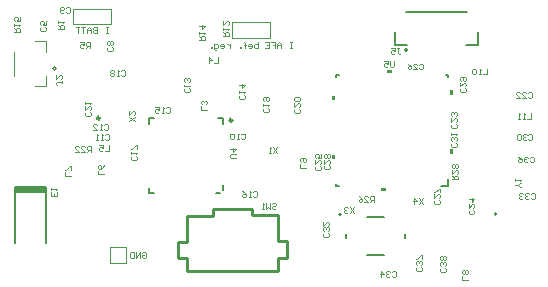
<source format=gbo>
G04*
G04 #@! TF.GenerationSoftware,Altium Limited,Altium Designer,23.3.1 (30)*
G04*
G04 Layer_Color=32896*
%FSLAX44Y44*%
%MOMM*%
G71*
G04*
G04 #@! TF.SameCoordinates,8F1DA39F-2FAA-4165-9F78-BB40F0B0C460*
G04*
G04*
G04 #@! TF.FilePolarity,Positive*
G04*
G01*
G75*
%ADD10C,0.1000*%
%ADD12C,0.2000*%
%ADD13C,0.2500*%
%ADD14C,0.1270*%
%ADD16C,0.1524*%
%ADD169C,0.1500*%
%ADD170C,0.1778*%
%ADD171C,0.2540*%
%ADD172R,2.6000X0.5500*%
G36*
X316995Y81907D02*
X320805D01*
Y79367D01*
X316995D01*
Y81907D01*
D02*
G37*
G36*
X275367Y109799D02*
X277907D01*
Y105989D01*
X275367D01*
Y109799D01*
D02*
G37*
G36*
Y159812D02*
X277907D01*
Y156002D01*
X275367D01*
Y159812D01*
D02*
G37*
G36*
X377433Y114801D02*
X374893D01*
Y110991D01*
X377433D01*
Y114801D01*
D02*
G37*
G36*
Y164813D02*
X374893D01*
Y161003D01*
X377433D01*
Y164813D01*
D02*
G37*
G36*
X321995Y178893D02*
X325805D01*
Y181433D01*
X321995D01*
Y178893D01*
D02*
G37*
D10*
X23550Y206000D02*
X33550D01*
Y197000D02*
Y206000D01*
Y168000D02*
Y177000D01*
X23550Y168000D02*
X33550D01*
X5850Y177000D02*
Y197000D01*
X87500Y18000D02*
Y31500D01*
X101000D01*
X87500Y18000D02*
X101000D01*
Y31500D01*
X222750Y208500D02*
Y222500D01*
X190500Y208500D02*
X222750D01*
X190500Y222500D02*
X222750D01*
X190500Y208500D02*
Y222500D01*
X56000Y220500D02*
Y233750D01*
X88000D01*
X56000Y220500D02*
X88000D01*
Y233750D01*
X114168Y26915D02*
X115001Y27748D01*
X116667D01*
X117500Y26915D01*
Y23583D01*
X116667Y22750D01*
X115001D01*
X114168Y23583D01*
Y25249D01*
X115834D01*
X112502Y22750D02*
Y27748D01*
X109169Y22750D01*
Y27748D01*
X107503D02*
Y22750D01*
X105004D01*
X104171Y23583D01*
Y26915D01*
X105004Y27748D01*
X107503D01*
X241500Y205665D02*
X239834D01*
X240667D01*
Y200666D01*
X241500D01*
X239834D01*
X232336D02*
Y203998D01*
X230670Y205665D01*
X229004Y203998D01*
Y200666D01*
Y203165D01*
X232336D01*
X224006Y205665D02*
X227338D01*
Y203165D01*
X225672D01*
X227338D01*
Y200666D01*
X219007Y205665D02*
X222340D01*
Y200666D01*
X219007D01*
X222340Y203165D02*
X220674D01*
X212343Y205665D02*
Y200666D01*
X209844D01*
X209011Y201499D01*
Y202332D01*
Y203165D01*
X209844Y203998D01*
X212343D01*
X204845Y200666D02*
X206511D01*
X207344Y201499D01*
Y203165D01*
X206511Y203998D01*
X204845D01*
X204012Y203165D01*
Y202332D01*
X207344D01*
X201513Y200666D02*
Y204831D01*
Y203165D01*
X202346D01*
X200680D01*
X201513D01*
Y204831D01*
X200680Y205665D01*
X198181Y200666D02*
Y201499D01*
X197348D01*
Y200666D01*
X198181D01*
X189017Y203998D02*
Y200666D01*
Y202332D01*
X188184Y203165D01*
X187351Y203998D01*
X186518D01*
X181520Y200666D02*
X183186D01*
X184019Y201499D01*
Y203165D01*
X183186Y203998D01*
X181520D01*
X180686Y203165D01*
Y202332D01*
X184019D01*
X177354Y199000D02*
X176521D01*
X175688Y199833D01*
Y203998D01*
X178187D01*
X179020Y203165D01*
Y201499D01*
X178187Y200666D01*
X175688D01*
X174022D02*
Y201499D01*
X173189D01*
Y200666D01*
X174022D01*
X85750Y218248D02*
X84084D01*
X84917D01*
Y213250D01*
X85750D01*
X84084D01*
X76586Y218248D02*
Y213250D01*
X74087D01*
X73254Y214083D01*
Y214916D01*
X74087Y215749D01*
X76586D01*
X74087D01*
X73254Y216582D01*
Y217415D01*
X74087Y218248D01*
X76586D01*
X71588Y213250D02*
Y216582D01*
X69922Y218248D01*
X68256Y216582D01*
Y213250D01*
Y215749D01*
X71588D01*
X66590Y218248D02*
X63257D01*
X64924D01*
Y213250D01*
X61591Y218248D02*
X58259D01*
X59925D01*
Y213250D01*
X330333Y200249D02*
X331999D01*
X331166D01*
Y196084D01*
X331999Y195251D01*
X332832D01*
X333665Y196084D01*
X325335Y200249D02*
X328667D01*
Y197750D01*
X327001Y198583D01*
X326168D01*
X325335Y197750D01*
Y196084D01*
X326168Y195251D01*
X327834D01*
X328667Y196084D01*
X327665Y189499D02*
Y185334D01*
X326832Y184501D01*
X325166D01*
X324333Y185334D01*
Y189499D01*
X319335D02*
X322667D01*
Y187000D01*
X321001Y187833D01*
X320168D01*
X319335Y187000D01*
Y185334D01*
X320168Y184501D01*
X321834D01*
X322667Y185334D01*
X441743Y126666D02*
X442576Y127499D01*
X444242D01*
X445075Y126666D01*
Y123334D01*
X444242Y122501D01*
X442576D01*
X441743Y123334D01*
X440077Y126666D02*
X439244Y127499D01*
X437578D01*
X436744Y126666D01*
Y125833D01*
X437578Y125000D01*
X438411D01*
X437578D01*
X436744Y124167D01*
Y123334D01*
X437578Y122501D01*
X439244D01*
X440077Y123334D01*
X435078Y126666D02*
X434245Y127499D01*
X432579D01*
X431746Y126666D01*
Y123334D01*
X432579Y122501D01*
X434245D01*
X435078Y123334D01*
Y126666D01*
X46949Y172667D02*
Y171001D01*
Y171834D01*
X42784D01*
X41951Y171001D01*
Y170168D01*
X42784Y169335D01*
X41951Y177665D02*
Y174333D01*
X45283Y177665D01*
X46116D01*
X46949Y176832D01*
Y175166D01*
X46116Y174333D01*
X224499Y67916D02*
X225332Y68749D01*
X226998D01*
X227831Y67916D01*
Y67083D01*
X226998Y66250D01*
X225332D01*
X224499Y65417D01*
Y64584D01*
X225332Y63751D01*
X226998D01*
X227831Y64584D01*
X222833Y68749D02*
Y63751D01*
X221167Y65417D01*
X219501Y63751D01*
Y68749D01*
X217835Y63751D02*
X216169D01*
X217002D01*
Y68749D01*
X217835Y67916D01*
X6001Y214002D02*
X10999D01*
Y216501D01*
X10166Y217334D01*
X8500D01*
X7667Y216501D01*
Y214002D01*
Y215668D02*
X6001Y217334D01*
Y219000D02*
Y220667D01*
Y219833D01*
X10999D01*
X10166Y219000D01*
X10999Y226498D02*
Y223166D01*
X8500D01*
X9333Y224832D01*
Y225665D01*
X8500Y226498D01*
X6834D01*
X6001Y225665D01*
Y223999D01*
X6834Y223166D01*
X32416Y218417D02*
X33249Y217584D01*
Y215918D01*
X32416Y215085D01*
X29084D01*
X28251Y215918D01*
Y217584D01*
X29084Y218417D01*
X33249Y223415D02*
Y220083D01*
X30750D01*
X31583Y221749D01*
Y222582D01*
X30750Y223415D01*
X29084D01*
X28251Y222582D01*
Y220916D01*
X29084Y220083D01*
X49833Y234166D02*
X50666Y234999D01*
X52332D01*
X53165Y234166D01*
Y230834D01*
X52332Y230001D01*
X50666D01*
X49833Y230834D01*
X48167D02*
X47334Y230001D01*
X45668D01*
X44835Y230834D01*
Y234166D01*
X45668Y234999D01*
X47334D01*
X48167Y234166D01*
Y233333D01*
X47334Y232500D01*
X44835D01*
X352415Y73499D02*
X349083Y68501D01*
Y73499D02*
X352415Y68501D01*
X344918D02*
Y73499D01*
X347417Y71000D01*
X344085D01*
X294165Y65749D02*
X290833Y60751D01*
Y65749D02*
X294165Y60751D01*
X289167Y64916D02*
X288334Y65749D01*
X286668D01*
X285835Y64916D01*
Y64083D01*
X286668Y63250D01*
X287501D01*
X286668D01*
X285835Y62417D01*
Y61584D01*
X286668Y60751D01*
X288334D01*
X289167Y61584D01*
X311164Y70001D02*
Y74999D01*
X308665D01*
X307832Y74166D01*
Y72500D01*
X308665Y71667D01*
X311164D01*
X309498D02*
X307832Y70001D01*
X302834D02*
X306166D01*
X302834Y73333D01*
Y74166D01*
X303667Y74999D01*
X305333D01*
X306166Y74166D01*
X297836Y74999D02*
X299502Y74166D01*
X301168Y72500D01*
Y70834D01*
X300335Y70001D01*
X298669D01*
X297836Y70834D01*
Y71667D01*
X298669Y72500D01*
X301168D01*
X434999Y82418D02*
X434166D01*
X432500Y84084D01*
X434166Y85750D01*
X434999D01*
X432500Y84084D02*
X430001D01*
Y87416D02*
Y89082D01*
Y88249D01*
X434999D01*
X434166Y87416D01*
X108249Y138585D02*
X103251Y141917D01*
X108249D02*
X103251Y138585D01*
Y146915D02*
Y143583D01*
X106583Y146915D01*
X107416D01*
X108249Y146082D01*
Y144416D01*
X107416Y143583D01*
X228832Y116249D02*
X225500Y111251D01*
Y116249D02*
X228832Y111251D01*
X223834D02*
X222168D01*
X223001D01*
Y116249D01*
X223834Y115416D01*
X193999Y107335D02*
X189834D01*
X189001Y108168D01*
Y109834D01*
X189834Y110667D01*
X193999D01*
X189001Y114832D02*
X193999D01*
X191500Y112333D01*
Y115665D01*
X376751Y89086D02*
X381749D01*
Y91585D01*
X380916Y92418D01*
X379250D01*
X378417Y91585D01*
Y89086D01*
Y90752D02*
X376751Y92418D01*
Y97416D02*
Y94084D01*
X380083Y97416D01*
X380916D01*
X381749Y96583D01*
Y94917D01*
X380916Y94084D01*
Y99082D02*
X381749Y99915D01*
Y101581D01*
X380916Y102415D01*
X380083D01*
X379250Y101581D01*
X378417Y102415D01*
X377584D01*
X376751Y101581D01*
Y99915D01*
X377584Y99082D01*
X378417D01*
X379250Y99915D01*
X380083Y99082D01*
X380916D01*
X379250Y99915D02*
Y101581D01*
X71164Y112251D02*
Y117249D01*
X68665D01*
X67832Y116416D01*
Y114750D01*
X68665Y113917D01*
X71164D01*
X69498D02*
X67832Y112251D01*
X62834D02*
X66166D01*
X62834Y115583D01*
Y116416D01*
X63667Y117249D01*
X65333D01*
X66166Y116416D01*
X57835Y112251D02*
X61168D01*
X57835Y115583D01*
Y116416D01*
X58669Y117249D01*
X60335D01*
X61168Y116416D01*
X163001Y207252D02*
X167999D01*
Y209751D01*
X167166Y210584D01*
X165500D01*
X164667Y209751D01*
Y207252D01*
Y208918D02*
X163001Y210584D01*
Y212250D02*
Y213916D01*
Y213083D01*
X167999D01*
X167166Y212250D01*
X163001Y218915D02*
X167999D01*
X165500Y216416D01*
Y219748D01*
X183251Y210752D02*
X188249D01*
Y213251D01*
X187416Y214084D01*
X185750D01*
X184917Y213251D01*
Y210752D01*
Y212418D02*
X183251Y214084D01*
Y215750D02*
Y217416D01*
Y216583D01*
X188249D01*
X187416Y215750D01*
X183251Y223248D02*
Y219916D01*
X186583Y223248D01*
X187416D01*
X188249Y222415D01*
Y220749D01*
X187416Y219916D01*
X70415Y200251D02*
Y205249D01*
X67916D01*
X67083Y204416D01*
Y202750D01*
X67916Y201917D01*
X70415D01*
X68749D02*
X67083Y200251D01*
X62085Y205249D02*
X65417D01*
Y202750D01*
X63751Y203583D01*
X62918D01*
X62085Y202750D01*
Y201084D01*
X62918Y200251D01*
X64584D01*
X65417Y201084D01*
X43751Y216168D02*
X48749D01*
Y218667D01*
X47916Y219500D01*
X46250D01*
X45417Y218667D01*
Y216168D01*
Y217834D02*
X43751Y219500D01*
Y221166D02*
Y222832D01*
Y221999D01*
X48749D01*
X47916Y221166D01*
X443826Y145499D02*
Y140501D01*
X440493D01*
X438827D02*
X437161D01*
X437994D01*
Y145499D01*
X438827Y144666D01*
X434662Y140501D02*
X432996D01*
X433829D01*
Y145499D01*
X434662Y144666D01*
X406248Y182999D02*
Y178001D01*
X402916D01*
X401250D02*
X399584D01*
X400416D01*
Y182999D01*
X401250Y182166D01*
X397084D02*
X396251Y182999D01*
X394585D01*
X393752Y182166D01*
Y178834D01*
X394585Y178001D01*
X396251D01*
X397084Y178834D01*
Y182166D01*
X253499Y98835D02*
X248501D01*
Y102167D01*
X249334Y103833D02*
X248501Y104666D01*
Y106332D01*
X249334Y107165D01*
X252666D01*
X253499Y106332D01*
Y104666D01*
X252666Y103833D01*
X251833D01*
X251000Y104666D01*
Y107165D01*
X390499Y4335D02*
X385501D01*
Y7667D01*
X389666Y9333D02*
X390499Y10166D01*
Y11832D01*
X389666Y12665D01*
X388833D01*
X388000Y11832D01*
X387167Y12665D01*
X386334D01*
X385501Y11832D01*
Y10166D01*
X386334Y9333D01*
X387167D01*
X388000Y10166D01*
X388833Y9333D01*
X389666D01*
X388000Y10166D02*
Y11832D01*
X54249Y91835D02*
X49251D01*
Y95167D01*
X54249Y96833D02*
Y100165D01*
X53416D01*
X50084Y96833D01*
X49251D01*
X81999Y93335D02*
X77001D01*
Y96667D01*
X81999Y101665D02*
X81166Y99999D01*
X79500Y98333D01*
X77834D01*
X77001Y99166D01*
Y100832D01*
X77834Y101665D01*
X78667D01*
X79500Y100832D01*
Y98333D01*
X86790Y118005D02*
Y113006D01*
X83458D01*
X78460Y118005D02*
X81792D01*
Y115505D01*
X80126Y116338D01*
X79293D01*
X78460Y115505D01*
Y113839D01*
X79293Y113006D01*
X80959D01*
X81792Y113839D01*
X179165Y192749D02*
Y187751D01*
X175833D01*
X171668D02*
Y192749D01*
X174167Y190250D01*
X170835D01*
X169749Y147585D02*
X164751D01*
Y150917D01*
X168916Y152583D02*
X169749Y153416D01*
Y155082D01*
X168916Y155915D01*
X168083D01*
X167250Y155082D01*
Y154249D01*
Y155082D01*
X166417Y155915D01*
X165584D01*
X164751Y155082D01*
Y153416D01*
X165584Y152583D01*
X42499Y78750D02*
Y75418D01*
X37501D01*
Y78750D01*
X40000Y75418D02*
Y77084D01*
X37501Y80416D02*
Y82082D01*
Y81249D01*
X42499D01*
X41666Y80416D01*
X371166Y13918D02*
X371999Y13085D01*
Y11419D01*
X371166Y10586D01*
X367834D01*
X367001Y11419D01*
Y13085D01*
X367834Y13918D01*
X371166Y15584D02*
X371999Y16417D01*
Y18083D01*
X371166Y18916D01*
X370333D01*
X369500Y18083D01*
Y17250D01*
Y18083D01*
X368667Y18916D01*
X367834D01*
X367001Y18083D01*
Y16417D01*
X367834Y15584D01*
X371166Y20582D02*
X371999Y21415D01*
Y23081D01*
X371166Y23914D01*
X370333D01*
X369500Y23081D01*
X368667Y23914D01*
X367834D01*
X367001Y23081D01*
Y21415D01*
X367834Y20582D01*
X368667D01*
X369500Y21415D01*
X370333Y20582D01*
X371166D01*
X369500Y21415D02*
Y23081D01*
X350666Y15168D02*
X351499Y14335D01*
Y12669D01*
X350666Y11836D01*
X347334D01*
X346501Y12669D01*
Y14335D01*
X347334Y15168D01*
X350666Y16834D02*
X351499Y17667D01*
Y19333D01*
X350666Y20166D01*
X349833D01*
X349000Y19333D01*
Y18500D01*
Y19333D01*
X348167Y20166D01*
X347334D01*
X346501Y19333D01*
Y17667D01*
X347334Y16834D01*
X351499Y21832D02*
Y25164D01*
X350666D01*
X347334Y21832D01*
X346501D01*
X442832Y107666D02*
X443665Y108499D01*
X445331D01*
X446165Y107666D01*
Y104334D01*
X445331Y103501D01*
X443665D01*
X442832Y104334D01*
X441166Y107666D02*
X440333Y108499D01*
X438667D01*
X437834Y107666D01*
Y106833D01*
X438667Y106000D01*
X439500D01*
X438667D01*
X437834Y105167D01*
Y104334D01*
X438667Y103501D01*
X440333D01*
X441166Y104334D01*
X432836Y108499D02*
X434502Y107666D01*
X436168Y106000D01*
Y104334D01*
X435335Y103501D01*
X433669D01*
X432836Y104334D01*
Y105167D01*
X433669Y106000D01*
X436168D01*
X325832Y10916D02*
X326665Y11749D01*
X328331D01*
X329165Y10916D01*
Y7584D01*
X328331Y6751D01*
X326665D01*
X325832Y7584D01*
X324166Y10916D02*
X323333Y11749D01*
X321667D01*
X320834Y10916D01*
Y10083D01*
X321667Y9250D01*
X322500D01*
X321667D01*
X320834Y8417D01*
Y7584D01*
X321667Y6751D01*
X323333D01*
X324166Y7584D01*
X316669Y6751D02*
Y11749D01*
X319168Y9250D01*
X315835D01*
X272166Y43418D02*
X272999Y42585D01*
Y40919D01*
X272166Y40086D01*
X268834D01*
X268001Y40919D01*
Y42585D01*
X268834Y43418D01*
X272166Y45084D02*
X272999Y45917D01*
Y47583D01*
X272166Y48416D01*
X271333D01*
X270500Y47583D01*
Y46750D01*
Y47583D01*
X269667Y48416D01*
X268834D01*
X268001Y47583D01*
Y45917D01*
X268834Y45084D01*
X268001Y53415D02*
Y50082D01*
X271333Y53415D01*
X272166D01*
X272999Y52581D01*
Y50915D01*
X272166Y50082D01*
X443582Y76416D02*
X444415Y77249D01*
X446081D01*
X446914Y76416D01*
Y73084D01*
X446081Y72251D01*
X444415D01*
X443582Y73084D01*
X441916Y76416D02*
X441083Y77249D01*
X439417D01*
X438584Y76416D01*
Y75583D01*
X439417Y74750D01*
X440250D01*
X439417D01*
X438584Y73917D01*
Y73084D01*
X439417Y72251D01*
X441083D01*
X441916Y73084D01*
X436918Y76416D02*
X436085Y77249D01*
X434419D01*
X433586Y76416D01*
Y75583D01*
X434419Y74750D01*
X435252D01*
X434419D01*
X433586Y73917D01*
Y73084D01*
X434419Y72251D01*
X436085D01*
X436918Y73084D01*
X380666Y119751D02*
X381499Y118918D01*
Y117252D01*
X380666Y116419D01*
X377334D01*
X376501Y117252D01*
Y118918D01*
X377334Y119751D01*
X380666Y121417D02*
X381499Y122250D01*
Y123916D01*
X380666Y124749D01*
X379833D01*
X379000Y123916D01*
Y123083D01*
Y123916D01*
X378167Y124749D01*
X377334D01*
X376501Y123916D01*
Y122250D01*
X377334Y121417D01*
X376501Y126415D02*
Y128081D01*
Y127248D01*
X381499D01*
X380666Y126415D01*
X388166Y166168D02*
X388999Y165335D01*
Y163669D01*
X388166Y162836D01*
X384834D01*
X384001Y163669D01*
Y165335D01*
X384834Y166168D01*
X384001Y171166D02*
Y167834D01*
X387333Y171166D01*
X388166D01*
X388999Y170333D01*
Y168667D01*
X388166Y167834D01*
X384834Y172832D02*
X384001Y173665D01*
Y175331D01*
X384834Y176164D01*
X388166D01*
X388999Y175331D01*
Y173665D01*
X388166Y172832D01*
X387333D01*
X386500Y173665D01*
Y176164D01*
X273166Y100918D02*
X273999Y100085D01*
Y98419D01*
X273166Y97585D01*
X269834D01*
X269001Y98419D01*
Y100085D01*
X269834Y100918D01*
X269001Y105916D02*
Y102584D01*
X272333Y105916D01*
X273166D01*
X273999Y105083D01*
Y103417D01*
X273166Y102584D01*
Y107582D02*
X273999Y108415D01*
Y110081D01*
X273166Y110914D01*
X272333D01*
X271500Y110081D01*
X270667Y110914D01*
X269834D01*
X269001Y110081D01*
Y108415D01*
X269834Y107582D01*
X270667D01*
X271500Y108415D01*
X272333Y107582D01*
X273166D01*
X271500Y108415D02*
Y110081D01*
X366166Y71418D02*
X366999Y70585D01*
Y68919D01*
X366166Y68085D01*
X362834D01*
X362001Y68919D01*
Y70585D01*
X362834Y71418D01*
X362001Y76416D02*
Y73084D01*
X365333Y76416D01*
X366166D01*
X366999Y75583D01*
Y73917D01*
X366166Y73084D01*
X366999Y78082D02*
Y81414D01*
X366166D01*
X362834Y78082D01*
X362001D01*
X349332Y186416D02*
X350165Y187249D01*
X351831D01*
X352664Y186416D01*
Y183084D01*
X351831Y182251D01*
X350165D01*
X349332Y183084D01*
X344334Y182251D02*
X347666D01*
X344334Y185583D01*
Y186416D01*
X345167Y187249D01*
X346833D01*
X347666Y186416D01*
X339336Y187249D02*
X341002Y186416D01*
X342668Y184750D01*
Y183084D01*
X341835Y182251D01*
X340169D01*
X339336Y183084D01*
Y183917D01*
X340169Y184750D01*
X342668D01*
X264916Y100418D02*
X265749Y99585D01*
Y97919D01*
X264916Y97086D01*
X261584D01*
X260751Y97919D01*
Y99585D01*
X261584Y100418D01*
X260751Y105416D02*
Y102084D01*
X264083Y105416D01*
X264916D01*
X265749Y104583D01*
Y102917D01*
X264916Y102084D01*
X265749Y110414D02*
Y107082D01*
X263250D01*
X264083Y108748D01*
Y109581D01*
X263250Y110414D01*
X261584D01*
X260751Y109581D01*
Y107915D01*
X261584Y107082D01*
X395166Y63168D02*
X395999Y62335D01*
Y60669D01*
X395166Y59836D01*
X391834D01*
X391001Y60669D01*
Y62335D01*
X391834Y63168D01*
X391001Y68166D02*
Y64834D01*
X394333Y68166D01*
X395166D01*
X395999Y67333D01*
Y65667D01*
X395166Y64834D01*
X391001Y72331D02*
X395999D01*
X393500Y69832D01*
Y73165D01*
X380666Y136168D02*
X381499Y135335D01*
Y133669D01*
X380666Y132836D01*
X377334D01*
X376501Y133669D01*
Y135335D01*
X377334Y136168D01*
X376501Y141166D02*
Y137834D01*
X379833Y141166D01*
X380666D01*
X381499Y140333D01*
Y138667D01*
X380666Y137834D01*
Y142832D02*
X381499Y143665D01*
Y145331D01*
X380666Y146165D01*
X379833D01*
X379000Y145331D01*
Y144498D01*
Y145331D01*
X378167Y146165D01*
X377334D01*
X376501Y145331D01*
Y143665D01*
X377334Y142832D01*
X441582Y161916D02*
X442415Y162749D01*
X444081D01*
X444915Y161916D01*
Y158584D01*
X444081Y157751D01*
X442415D01*
X441582Y158584D01*
X436584Y157751D02*
X439916D01*
X436584Y161083D01*
Y161916D01*
X437417Y162749D01*
X439083D01*
X439916Y161916D01*
X431586Y157751D02*
X434918D01*
X431586Y161083D01*
Y161916D01*
X432419Y162749D01*
X434085D01*
X434918Y161916D01*
X109416Y109084D02*
X110249Y108251D01*
Y106585D01*
X109416Y105752D01*
X106084D01*
X105251Y106585D01*
Y108251D01*
X106084Y109084D01*
X105251Y110750D02*
Y112416D01*
Y111583D01*
X110249D01*
X109416Y110750D01*
X110249Y114916D02*
Y118248D01*
X109416D01*
X106084Y114916D01*
X105251D01*
X70666Y146215D02*
X71499Y145382D01*
Y143716D01*
X70666Y142883D01*
X67334D01*
X66501Y143716D01*
Y145382D01*
X67334Y146215D01*
X66501Y151214D02*
Y147881D01*
X69833Y151214D01*
X70666D01*
X71499Y150380D01*
Y148714D01*
X70666Y147881D01*
X66501Y152880D02*
Y154546D01*
Y153713D01*
X71499D01*
X70666Y152880D01*
X247666Y148668D02*
X248499Y147835D01*
Y146169D01*
X247666Y145336D01*
X244334D01*
X243501Y146169D01*
Y147835D01*
X244334Y148668D01*
X243501Y153666D02*
Y150334D01*
X246833Y153666D01*
X247666D01*
X248499Y152833D01*
Y151167D01*
X247666Y150334D01*
Y155332D02*
X248499Y156165D01*
Y157831D01*
X247666Y158665D01*
X244334D01*
X243501Y157831D01*
Y156165D01*
X244334Y155332D01*
X247666D01*
X220916Y149334D02*
X221749Y148501D01*
Y146835D01*
X220916Y146002D01*
X217584D01*
X216751Y146835D01*
Y148501D01*
X217584Y149334D01*
X216751Y151000D02*
Y152667D01*
Y151833D01*
X221749D01*
X220916Y151000D01*
X217584Y155166D02*
X216751Y155999D01*
Y157665D01*
X217584Y158498D01*
X220916D01*
X221749Y157665D01*
Y155999D01*
X220916Y155166D01*
X220083D01*
X219250Y155999D01*
Y158498D01*
X96416Y180666D02*
X97249Y181499D01*
X98915D01*
X99748Y180666D01*
Y177334D01*
X98915Y176501D01*
X97249D01*
X96416Y177334D01*
X94750Y176501D02*
X93083D01*
X93917D01*
Y181499D01*
X94750Y180666D01*
X90584D02*
X89751Y181499D01*
X88085D01*
X87252Y180666D01*
Y179833D01*
X88085Y179000D01*
X87252Y178167D01*
Y177334D01*
X88085Y176501D01*
X89751D01*
X90584Y177334D01*
Y178167D01*
X89751Y179000D01*
X90584Y179833D01*
Y180666D01*
X89751Y179000D02*
X88085D01*
X208166Y78666D02*
X208999Y79499D01*
X210665D01*
X211498Y78666D01*
Y75334D01*
X210665Y74501D01*
X208999D01*
X208166Y75334D01*
X206500Y74501D02*
X204834D01*
X205667D01*
Y79499D01*
X206500Y78666D01*
X199002Y79499D02*
X200668Y78666D01*
X202334Y77000D01*
Y75334D01*
X201501Y74501D01*
X199835D01*
X199002Y75334D01*
Y76167D01*
X199835Y77000D01*
X202334D01*
X134916Y149916D02*
X135749Y150749D01*
X137415D01*
X138248Y149916D01*
Y146584D01*
X137415Y145751D01*
X135749D01*
X134916Y146584D01*
X133250Y145751D02*
X131583D01*
X132416D01*
Y150749D01*
X133250Y149916D01*
X125752Y150749D02*
X129084D01*
Y148250D01*
X127418Y149083D01*
X126585D01*
X125752Y148250D01*
Y146584D01*
X126585Y145751D01*
X128251D01*
X129084Y146584D01*
X201166Y160584D02*
X201999Y159751D01*
Y158085D01*
X201166Y157252D01*
X197834D01*
X197001Y158085D01*
Y159751D01*
X197834Y160584D01*
X197001Y162250D02*
Y163916D01*
Y163083D01*
X201999D01*
X201166Y162250D01*
X197001Y168915D02*
X201999D01*
X199500Y166416D01*
Y169748D01*
X154666Y166131D02*
X155499Y165298D01*
Y163632D01*
X154666Y162799D01*
X151334D01*
X150501Y163632D01*
Y165298D01*
X151334Y166131D01*
X150501Y167798D02*
Y169464D01*
Y168631D01*
X155499D01*
X154666Y167798D01*
Y171963D02*
X155499Y172796D01*
Y174462D01*
X154666Y175295D01*
X153833D01*
X153000Y174462D01*
Y173629D01*
Y174462D01*
X152167Y175295D01*
X151334D01*
X150501Y174462D01*
Y172796D01*
X151334Y171963D01*
X82166Y134916D02*
X82999Y135749D01*
X84665D01*
X85498Y134916D01*
Y131584D01*
X84665Y130751D01*
X82999D01*
X82166Y131584D01*
X80500Y130751D02*
X78833D01*
X79667D01*
Y135749D01*
X80500Y134916D01*
X73002Y130751D02*
X76334D01*
X73002Y134083D01*
Y134916D01*
X73835Y135749D01*
X75501D01*
X76334Y134916D01*
X82833Y126916D02*
X83666Y127749D01*
X85332D01*
X86165Y126916D01*
Y123584D01*
X85332Y122751D01*
X83666D01*
X82833Y123584D01*
X81166Y122751D02*
X79500D01*
X80333D01*
Y127749D01*
X81166Y126916D01*
X77001Y122751D02*
X75335D01*
X76168D01*
Y127749D01*
X77001Y126916D01*
X198166Y127166D02*
X198999Y127999D01*
X200665D01*
X201498Y127166D01*
Y123834D01*
X200665Y123001D01*
X198999D01*
X198166Y123834D01*
X196500Y123001D02*
X194834D01*
X195667D01*
Y127999D01*
X196500Y127166D01*
X192334D02*
X191501Y127999D01*
X189835D01*
X189002Y127166D01*
Y123834D01*
X189835Y123001D01*
X191501D01*
X192334Y123834D01*
Y127166D01*
X89166Y200917D02*
X89999Y200084D01*
Y198418D01*
X89166Y197585D01*
X85834D01*
X85001Y198418D01*
Y200084D01*
X85834Y200917D01*
X89166Y202583D02*
X89999Y203416D01*
Y205082D01*
X89166Y205915D01*
X88333D01*
X87500Y205082D01*
X86667Y205915D01*
X85834D01*
X85001Y205082D01*
Y203416D01*
X85834Y202583D01*
X86667D01*
X87500Y203416D01*
X88333Y202583D01*
X89166D01*
X87500Y203416D02*
Y205082D01*
D12*
X40550Y184000D02*
G03*
X40550Y182000I0J-1000D01*
G01*
D02*
G03*
X40550Y184000I0J1000D01*
G01*
X283250Y59250D02*
G03*
X283250Y59250I-1000J0D01*
G01*
X177000Y77750D02*
X180500D01*
X33000Y35020D02*
Y83020D01*
X7000D02*
X33000D01*
X7000Y35020D02*
Y83020D01*
X178750Y140750D02*
X183250D01*
Y136250D02*
Y140750D01*
Y80500D02*
Y84000D01*
X120250Y140750D02*
X124750D01*
X120250Y136250D02*
Y140750D01*
Y77750D02*
Y82250D01*
Y77750D02*
X124750D01*
D13*
X79000Y141000D02*
G03*
X79000Y141000I-1250J0D01*
G01*
X191000Y139250D02*
G03*
X191000Y139250I-1250J0D01*
G01*
D14*
X337750Y230450D02*
X389750D01*
X388750Y202750D02*
X398750D01*
Y213750D01*
X328750Y202750D02*
X338750D01*
X328750D02*
Y213750D01*
X337000Y39250D02*
Y43250D01*
X287000Y39250D02*
Y43250D01*
X305000Y57250D02*
X319000D01*
X305000Y25250D02*
X319000D01*
D16*
X414512Y60000D02*
G03*
X414512Y60000I-762J0D01*
G01*
D169*
X338950Y198750D02*
G03*
X338950Y198750I-1200J0D01*
G01*
D170*
X367357Y83150D02*
X373650D01*
Y89433D01*
Y175650D02*
Y177650D01*
X371650D02*
X373650D01*
X279150D02*
X281150D01*
X279150Y175650D02*
Y177650D01*
Y83150D02*
X281150D01*
X279150D02*
Y85150D01*
D171*
X207500Y58750D02*
Y63750D01*
X213000Y58750D02*
X229000D01*
X207500D02*
X213000D01*
X237500Y22750D02*
Y36750D01*
X229500D02*
X237500D01*
X229500Y22750D02*
X237500D01*
X229500Y36750D02*
Y45250D01*
Y58750D01*
Y11750D02*
Y22750D01*
X174500Y58250D02*
Y63750D01*
X207500D01*
X152500Y58250D02*
X174500D01*
X152500Y36250D02*
Y46250D01*
Y58250D01*
X145000Y36250D02*
X152000D01*
X145000Y29750D02*
Y36250D01*
X159500Y11750D02*
X229500D01*
X152500D02*
X159500D01*
X152500D02*
Y22250D01*
X145000D02*
Y29750D01*
Y22250D02*
X152500D01*
D172*
X19999Y80269D02*
D03*
M02*

</source>
